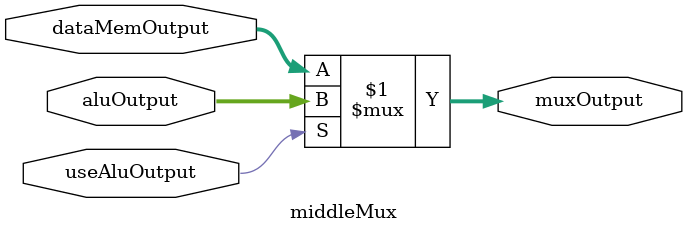
<source format=sv>
module middleMux (
    input logic [31:0] aluOutput,     // Output from ALU
    input logic [31:0] dataMemOutput, // Output from data memory
    input logic useAluOutput,         // Control signal for using ALU output
    output logic [31:0] muxOutput
);
    assign muxOutput = useAluOutput ? aluOutput : dataMemOutput;
endmodule
</source>
